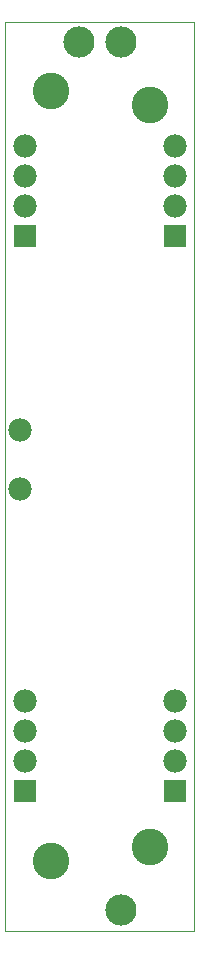
<source format=gts>
G75*
G70*
%OFA0B0*%
%FSLAX24Y24*%
%IPPOS*%
%LPD*%
%AMOC8*
5,1,8,0,0,1.08239X$1,22.5*
%
%ADD10C,0.0000*%
%ADD11C,0.1040*%
%ADD12C,0.1221*%
%ADD13C,0.0780*%
%ADD14R,0.0780X0.0780*%
D10*
X000807Y000180D02*
X000807Y030480D01*
X007107Y030480D01*
X007107Y000180D01*
X000807Y000180D01*
D11*
X004676Y000891D03*
X004676Y029829D03*
X003298Y029829D03*
D12*
X002333Y028195D03*
X005640Y027722D03*
X005640Y002998D03*
X002333Y002525D03*
D13*
X001487Y005860D03*
X001487Y006860D03*
X001487Y007860D03*
X001327Y014916D03*
X001327Y016884D03*
X001487Y024360D03*
X001487Y025360D03*
X001487Y026360D03*
X006487Y026360D03*
X006487Y025360D03*
X006487Y024360D03*
X006487Y007860D03*
X006487Y006860D03*
X006487Y005860D03*
D14*
X006487Y004860D03*
X006487Y023360D03*
X001487Y023360D03*
X001487Y004860D03*
M02*

</source>
